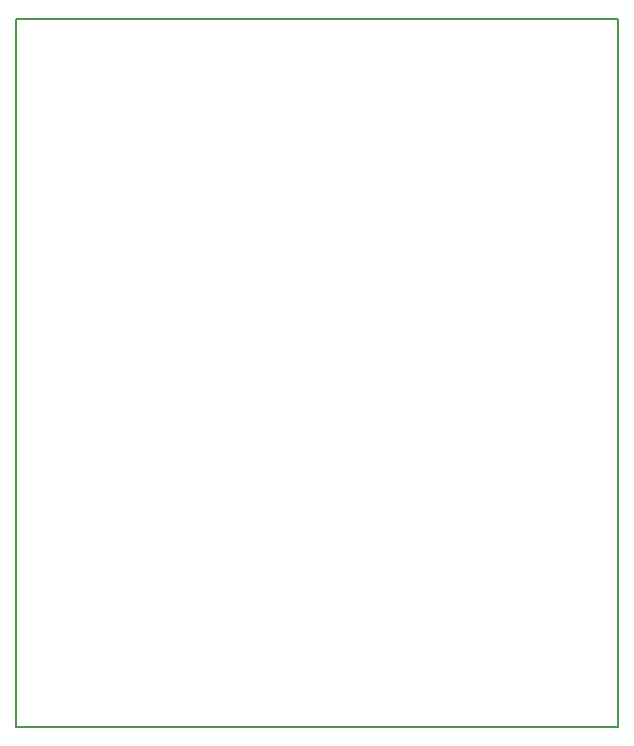
<source format=gbr>
%TF.GenerationSoftware,KiCad,Pcbnew,(2017-09-22 revision df472e6)-master*%
%TF.CreationDate,2018-05-20T17:38:45-07:00*%
%TF.ProjectId,ody_adap,6F64795F616461702E6B696361645F70,rev?*%
%TF.SameCoordinates,Original*%
%TF.FileFunction,Profile,NP*%
%FSLAX46Y46*%
G04 Gerber Fmt 4.6, Leading zero omitted, Abs format (unit mm)*
G04 Created by KiCad (PCBNEW (2017-09-22 revision df472e6)-master) date Sun May 20 17:38:45 2018*
%MOMM*%
%LPD*%
G01*
G04 APERTURE LIST*
%ADD10C,0.150000*%
G04 APERTURE END LIST*
D10*
X106000000Y-125000000D02*
X106000000Y-65000000D01*
X157000000Y-125000000D02*
X106000000Y-125000000D01*
X157000000Y-65000000D02*
X157000000Y-125000000D01*
X106000000Y-65000000D02*
X157000000Y-65000000D01*
M02*

</source>
